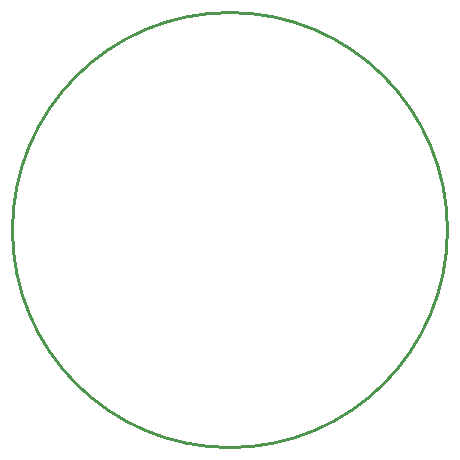
<source format=gko>
G04 Layer: BoardOutline*
G04 EasyEDA v5.9.42, Tue, 16 Apr 2019 11:47:19 GMT*
G04 d50fdd4d9f664dc78ddcbe030e5111f0*
G04 Gerber Generator version 0.2*
G04 Scale: 100 percent, Rotated: No, Reflected: No *
G04 Dimensions in inches *
G04 leading zeros omitted , absolute positions ,2 integer and 4 decimal *
%FSLAX24Y24*%
%MOIN*%
G90*
G70D02*

%ADD10C,0.010000*%
G54D10*
G75*
G01X0Y7250D02*
G02X14500Y7250I7250J0D01*
G01*
G75*
G01X14500Y7250D02*
G02X0Y7250I-7250J0D01*
G01*

%LPD*%
M00*
M02*

</source>
